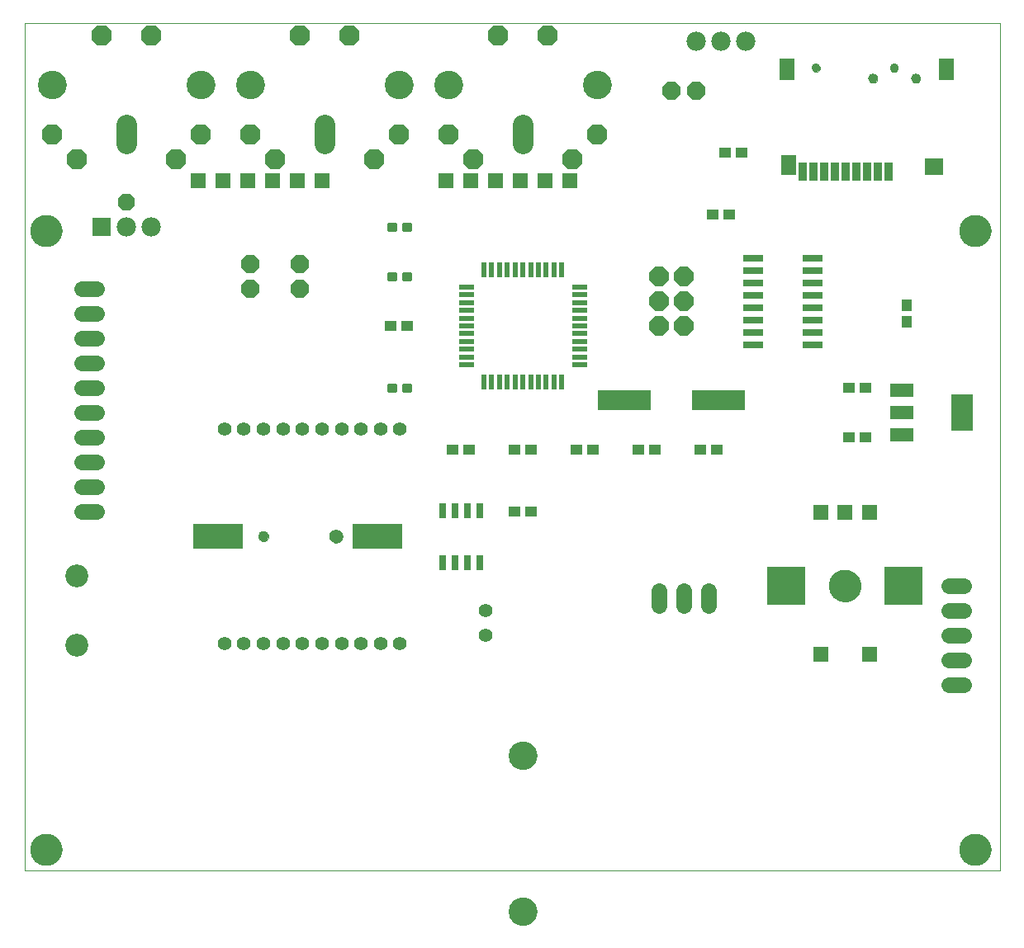
<source format=gbs>
G75*
%MOIN*%
%OFA0B0*%
%FSLAX24Y24*%
%IPPOS*%
%LPD*%
%AMOC8*
5,1,8,0,0,1.08239X$1,22.5*
%
%ADD10C,0.0000*%
%ADD11C,0.1300*%
%ADD12R,0.0780X0.0780*%
%ADD13C,0.0780*%
%ADD14R,0.0640X0.0640*%
%ADD15R,0.0473X0.0434*%
%ADD16OC8,0.0670*%
%ADD17C,0.0926*%
%ADD18C,0.0098*%
%ADD19C,0.0820*%
%ADD20OC8,0.0820*%
%ADD21C,0.1140*%
%ADD22R,0.0634X0.0634*%
%ADD23R,0.1542X0.1542*%
%ADD24R,0.0355X0.0749*%
%ADD25R,0.0591X0.0827*%
%ADD26R,0.0591X0.0906*%
%ADD27R,0.0749X0.0670*%
%ADD28C,0.0355*%
%ADD29R,0.0840X0.0300*%
%ADD30R,0.0920X0.0520*%
%ADD31R,0.0906X0.1457*%
%ADD32C,0.0434*%
%ADD33C,0.0552*%
%ADD34R,0.2040X0.1040*%
%ADD35R,0.0290X0.0640*%
%ADD36C,0.0555*%
%ADD37C,0.0394*%
%ADD38OC8,0.0780*%
%ADD39R,0.0631X0.0237*%
%ADD40R,0.0237X0.0631*%
%ADD41R,0.2140X0.0800*%
%ADD42C,0.0640*%
%ADD43OC8,0.0740*%
%ADD44C,0.0560*%
%ADD45R,0.0434X0.0473*%
%ADD46C,0.1142*%
D10*
X008005Y006775D02*
X047375Y006775D01*
X047375Y041025D01*
X008005Y041025D01*
X008005Y006775D01*
X008245Y007625D02*
X008247Y007675D01*
X008253Y007725D01*
X008263Y007774D01*
X008277Y007822D01*
X008294Y007869D01*
X008315Y007914D01*
X008340Y007958D01*
X008368Y007999D01*
X008400Y008038D01*
X008434Y008075D01*
X008471Y008109D01*
X008511Y008139D01*
X008553Y008166D01*
X008597Y008190D01*
X008643Y008211D01*
X008690Y008227D01*
X008738Y008240D01*
X008788Y008249D01*
X008837Y008254D01*
X008888Y008255D01*
X008938Y008252D01*
X008987Y008245D01*
X009036Y008234D01*
X009084Y008219D01*
X009130Y008201D01*
X009175Y008179D01*
X009218Y008153D01*
X009259Y008124D01*
X009298Y008092D01*
X009334Y008057D01*
X009366Y008019D01*
X009396Y007979D01*
X009423Y007936D01*
X009446Y007892D01*
X009465Y007846D01*
X009481Y007798D01*
X009493Y007749D01*
X009501Y007700D01*
X009505Y007650D01*
X009505Y007600D01*
X009501Y007550D01*
X009493Y007501D01*
X009481Y007452D01*
X009465Y007404D01*
X009446Y007358D01*
X009423Y007314D01*
X009396Y007271D01*
X009366Y007231D01*
X009334Y007193D01*
X009298Y007158D01*
X009259Y007126D01*
X009218Y007097D01*
X009175Y007071D01*
X009130Y007049D01*
X009084Y007031D01*
X009036Y007016D01*
X008987Y007005D01*
X008938Y006998D01*
X008888Y006995D01*
X008837Y006996D01*
X008788Y007001D01*
X008738Y007010D01*
X008690Y007023D01*
X008643Y007039D01*
X008597Y007060D01*
X008553Y007084D01*
X008511Y007111D01*
X008471Y007141D01*
X008434Y007175D01*
X008400Y007212D01*
X008368Y007251D01*
X008340Y007292D01*
X008315Y007336D01*
X008294Y007381D01*
X008277Y007428D01*
X008263Y007476D01*
X008253Y007525D01*
X008247Y007575D01*
X008245Y007625D01*
X017461Y020275D02*
X017463Y020302D01*
X017469Y020329D01*
X017478Y020355D01*
X017491Y020379D01*
X017507Y020402D01*
X017526Y020421D01*
X017548Y020438D01*
X017572Y020452D01*
X017597Y020462D01*
X017624Y020469D01*
X017651Y020472D01*
X017679Y020471D01*
X017706Y020466D01*
X017732Y020458D01*
X017756Y020446D01*
X017779Y020430D01*
X017800Y020412D01*
X017817Y020391D01*
X017832Y020367D01*
X017843Y020342D01*
X017851Y020316D01*
X017855Y020289D01*
X017855Y020261D01*
X017851Y020234D01*
X017843Y020208D01*
X017832Y020183D01*
X017817Y020159D01*
X017800Y020138D01*
X017779Y020120D01*
X017757Y020104D01*
X017732Y020092D01*
X017706Y020084D01*
X017679Y020079D01*
X017651Y020078D01*
X017624Y020081D01*
X017597Y020088D01*
X017572Y020098D01*
X017548Y020112D01*
X017526Y020129D01*
X017507Y020148D01*
X017491Y020171D01*
X017478Y020195D01*
X017469Y020221D01*
X017463Y020248D01*
X017461Y020275D01*
X020336Y020275D02*
X020338Y020306D01*
X020344Y020337D01*
X020353Y020367D01*
X020366Y020396D01*
X020383Y020423D01*
X020403Y020447D01*
X020425Y020469D01*
X020451Y020488D01*
X020478Y020504D01*
X020507Y020516D01*
X020537Y020525D01*
X020568Y020530D01*
X020600Y020531D01*
X020631Y020528D01*
X020662Y020521D01*
X020692Y020511D01*
X020720Y020497D01*
X020746Y020479D01*
X020770Y020459D01*
X020791Y020435D01*
X020810Y020410D01*
X020825Y020382D01*
X020836Y020353D01*
X020844Y020322D01*
X020848Y020291D01*
X020848Y020259D01*
X020844Y020228D01*
X020836Y020197D01*
X020825Y020168D01*
X020810Y020140D01*
X020791Y020115D01*
X020770Y020091D01*
X020746Y020071D01*
X020720Y020053D01*
X020692Y020039D01*
X020662Y020029D01*
X020631Y020022D01*
X020600Y020019D01*
X020568Y020020D01*
X020537Y020025D01*
X020507Y020034D01*
X020478Y020046D01*
X020451Y020062D01*
X020425Y020081D01*
X020403Y020103D01*
X020383Y020127D01*
X020366Y020154D01*
X020353Y020183D01*
X020344Y020213D01*
X020338Y020244D01*
X020336Y020275D01*
X027574Y011425D02*
X027576Y011472D01*
X027582Y011518D01*
X027592Y011564D01*
X027605Y011609D01*
X027623Y011652D01*
X027644Y011694D01*
X027668Y011734D01*
X027696Y011771D01*
X027727Y011806D01*
X027761Y011839D01*
X027797Y011868D01*
X027836Y011894D01*
X027877Y011917D01*
X027920Y011936D01*
X027964Y011952D01*
X028009Y011964D01*
X028055Y011972D01*
X028102Y011976D01*
X028148Y011976D01*
X028195Y011972D01*
X028241Y011964D01*
X028286Y011952D01*
X028330Y011936D01*
X028373Y011917D01*
X028414Y011894D01*
X028453Y011868D01*
X028489Y011839D01*
X028523Y011806D01*
X028554Y011771D01*
X028582Y011734D01*
X028606Y011694D01*
X028627Y011652D01*
X028645Y011609D01*
X028658Y011564D01*
X028668Y011518D01*
X028674Y011472D01*
X028676Y011425D01*
X028674Y011378D01*
X028668Y011332D01*
X028658Y011286D01*
X028645Y011241D01*
X028627Y011198D01*
X028606Y011156D01*
X028582Y011116D01*
X028554Y011079D01*
X028523Y011044D01*
X028489Y011011D01*
X028453Y010982D01*
X028414Y010956D01*
X028373Y010933D01*
X028330Y010914D01*
X028286Y010898D01*
X028241Y010886D01*
X028195Y010878D01*
X028148Y010874D01*
X028102Y010874D01*
X028055Y010878D01*
X028009Y010886D01*
X027964Y010898D01*
X027920Y010914D01*
X027877Y010933D01*
X027836Y010956D01*
X027797Y010982D01*
X027761Y011011D01*
X027727Y011044D01*
X027696Y011079D01*
X027668Y011116D01*
X027644Y011156D01*
X027623Y011198D01*
X027605Y011241D01*
X027592Y011286D01*
X027582Y011332D01*
X027576Y011378D01*
X027574Y011425D01*
X027574Y005125D02*
X027576Y005172D01*
X027582Y005218D01*
X027592Y005264D01*
X027605Y005309D01*
X027623Y005352D01*
X027644Y005394D01*
X027668Y005434D01*
X027696Y005471D01*
X027727Y005506D01*
X027761Y005539D01*
X027797Y005568D01*
X027836Y005594D01*
X027877Y005617D01*
X027920Y005636D01*
X027964Y005652D01*
X028009Y005664D01*
X028055Y005672D01*
X028102Y005676D01*
X028148Y005676D01*
X028195Y005672D01*
X028241Y005664D01*
X028286Y005652D01*
X028330Y005636D01*
X028373Y005617D01*
X028414Y005594D01*
X028453Y005568D01*
X028489Y005539D01*
X028523Y005506D01*
X028554Y005471D01*
X028582Y005434D01*
X028606Y005394D01*
X028627Y005352D01*
X028645Y005309D01*
X028658Y005264D01*
X028668Y005218D01*
X028674Y005172D01*
X028676Y005125D01*
X028674Y005078D01*
X028668Y005032D01*
X028658Y004986D01*
X028645Y004941D01*
X028627Y004898D01*
X028606Y004856D01*
X028582Y004816D01*
X028554Y004779D01*
X028523Y004744D01*
X028489Y004711D01*
X028453Y004682D01*
X028414Y004656D01*
X028373Y004633D01*
X028330Y004614D01*
X028286Y004598D01*
X028241Y004586D01*
X028195Y004578D01*
X028148Y004574D01*
X028102Y004574D01*
X028055Y004578D01*
X028009Y004586D01*
X027964Y004598D01*
X027920Y004614D01*
X027877Y004633D01*
X027836Y004656D01*
X027797Y004682D01*
X027761Y004711D01*
X027727Y004744D01*
X027696Y004779D01*
X027668Y004816D01*
X027644Y004856D01*
X027623Y004898D01*
X027605Y004941D01*
X027592Y004986D01*
X027582Y005032D01*
X027576Y005078D01*
X027574Y005125D01*
X040495Y018275D02*
X040497Y018325D01*
X040503Y018375D01*
X040513Y018424D01*
X040527Y018472D01*
X040544Y018519D01*
X040565Y018564D01*
X040590Y018608D01*
X040618Y018649D01*
X040650Y018688D01*
X040684Y018725D01*
X040721Y018759D01*
X040761Y018789D01*
X040803Y018816D01*
X040847Y018840D01*
X040893Y018861D01*
X040940Y018877D01*
X040988Y018890D01*
X041038Y018899D01*
X041087Y018904D01*
X041138Y018905D01*
X041188Y018902D01*
X041237Y018895D01*
X041286Y018884D01*
X041334Y018869D01*
X041380Y018851D01*
X041425Y018829D01*
X041468Y018803D01*
X041509Y018774D01*
X041548Y018742D01*
X041584Y018707D01*
X041616Y018669D01*
X041646Y018629D01*
X041673Y018586D01*
X041696Y018542D01*
X041715Y018496D01*
X041731Y018448D01*
X041743Y018399D01*
X041751Y018350D01*
X041755Y018300D01*
X041755Y018250D01*
X041751Y018200D01*
X041743Y018151D01*
X041731Y018102D01*
X041715Y018054D01*
X041696Y018008D01*
X041673Y017964D01*
X041646Y017921D01*
X041616Y017881D01*
X041584Y017843D01*
X041548Y017808D01*
X041509Y017776D01*
X041468Y017747D01*
X041425Y017721D01*
X041380Y017699D01*
X041334Y017681D01*
X041286Y017666D01*
X041237Y017655D01*
X041188Y017648D01*
X041138Y017645D01*
X041087Y017646D01*
X041038Y017651D01*
X040988Y017660D01*
X040940Y017673D01*
X040893Y017689D01*
X040847Y017710D01*
X040803Y017734D01*
X040761Y017761D01*
X040721Y017791D01*
X040684Y017825D01*
X040650Y017862D01*
X040618Y017901D01*
X040590Y017942D01*
X040565Y017986D01*
X040544Y018031D01*
X040527Y018078D01*
X040513Y018126D01*
X040503Y018175D01*
X040497Y018225D01*
X040495Y018275D01*
X045745Y007625D02*
X045747Y007675D01*
X045753Y007725D01*
X045763Y007774D01*
X045777Y007822D01*
X045794Y007869D01*
X045815Y007914D01*
X045840Y007958D01*
X045868Y007999D01*
X045900Y008038D01*
X045934Y008075D01*
X045971Y008109D01*
X046011Y008139D01*
X046053Y008166D01*
X046097Y008190D01*
X046143Y008211D01*
X046190Y008227D01*
X046238Y008240D01*
X046288Y008249D01*
X046337Y008254D01*
X046388Y008255D01*
X046438Y008252D01*
X046487Y008245D01*
X046536Y008234D01*
X046584Y008219D01*
X046630Y008201D01*
X046675Y008179D01*
X046718Y008153D01*
X046759Y008124D01*
X046798Y008092D01*
X046834Y008057D01*
X046866Y008019D01*
X046896Y007979D01*
X046923Y007936D01*
X046946Y007892D01*
X046965Y007846D01*
X046981Y007798D01*
X046993Y007749D01*
X047001Y007700D01*
X047005Y007650D01*
X047005Y007600D01*
X047001Y007550D01*
X046993Y007501D01*
X046981Y007452D01*
X046965Y007404D01*
X046946Y007358D01*
X046923Y007314D01*
X046896Y007271D01*
X046866Y007231D01*
X046834Y007193D01*
X046798Y007158D01*
X046759Y007126D01*
X046718Y007097D01*
X046675Y007071D01*
X046630Y007049D01*
X046584Y007031D01*
X046536Y007016D01*
X046487Y007005D01*
X046438Y006998D01*
X046388Y006995D01*
X046337Y006996D01*
X046288Y007001D01*
X046238Y007010D01*
X046190Y007023D01*
X046143Y007039D01*
X046097Y007060D01*
X046053Y007084D01*
X046011Y007111D01*
X045971Y007141D01*
X045934Y007175D01*
X045900Y007212D01*
X045868Y007251D01*
X045840Y007292D01*
X045815Y007336D01*
X045794Y007381D01*
X045777Y007428D01*
X045763Y007476D01*
X045753Y007525D01*
X045747Y007575D01*
X045745Y007625D01*
X045745Y032625D02*
X045747Y032675D01*
X045753Y032725D01*
X045763Y032774D01*
X045777Y032822D01*
X045794Y032869D01*
X045815Y032914D01*
X045840Y032958D01*
X045868Y032999D01*
X045900Y033038D01*
X045934Y033075D01*
X045971Y033109D01*
X046011Y033139D01*
X046053Y033166D01*
X046097Y033190D01*
X046143Y033211D01*
X046190Y033227D01*
X046238Y033240D01*
X046288Y033249D01*
X046337Y033254D01*
X046388Y033255D01*
X046438Y033252D01*
X046487Y033245D01*
X046536Y033234D01*
X046584Y033219D01*
X046630Y033201D01*
X046675Y033179D01*
X046718Y033153D01*
X046759Y033124D01*
X046798Y033092D01*
X046834Y033057D01*
X046866Y033019D01*
X046896Y032979D01*
X046923Y032936D01*
X046946Y032892D01*
X046965Y032846D01*
X046981Y032798D01*
X046993Y032749D01*
X047001Y032700D01*
X047005Y032650D01*
X047005Y032600D01*
X047001Y032550D01*
X046993Y032501D01*
X046981Y032452D01*
X046965Y032404D01*
X046946Y032358D01*
X046923Y032314D01*
X046896Y032271D01*
X046866Y032231D01*
X046834Y032193D01*
X046798Y032158D01*
X046759Y032126D01*
X046718Y032097D01*
X046675Y032071D01*
X046630Y032049D01*
X046584Y032031D01*
X046536Y032016D01*
X046487Y032005D01*
X046438Y031998D01*
X046388Y031995D01*
X046337Y031996D01*
X046288Y032001D01*
X046238Y032010D01*
X046190Y032023D01*
X046143Y032039D01*
X046097Y032060D01*
X046053Y032084D01*
X046011Y032111D01*
X045971Y032141D01*
X045934Y032175D01*
X045900Y032212D01*
X045868Y032251D01*
X045840Y032292D01*
X045815Y032336D01*
X045794Y032381D01*
X045777Y032428D01*
X045763Y032476D01*
X045753Y032525D01*
X045747Y032575D01*
X045745Y032625D01*
X043814Y038775D02*
X043816Y038801D01*
X043822Y038827D01*
X043832Y038852D01*
X043845Y038875D01*
X043861Y038895D01*
X043881Y038913D01*
X043903Y038928D01*
X043926Y038940D01*
X043952Y038948D01*
X043978Y038952D01*
X044004Y038952D01*
X044030Y038948D01*
X044056Y038940D01*
X044080Y038928D01*
X044101Y038913D01*
X044121Y038895D01*
X044137Y038875D01*
X044150Y038852D01*
X044160Y038827D01*
X044166Y038801D01*
X044168Y038775D01*
X044166Y038749D01*
X044160Y038723D01*
X044150Y038698D01*
X044137Y038675D01*
X044121Y038655D01*
X044101Y038637D01*
X044079Y038622D01*
X044056Y038610D01*
X044030Y038602D01*
X044004Y038598D01*
X043978Y038598D01*
X043952Y038602D01*
X043926Y038610D01*
X043902Y038622D01*
X043881Y038637D01*
X043861Y038655D01*
X043845Y038675D01*
X043832Y038698D01*
X043822Y038723D01*
X043816Y038749D01*
X043814Y038775D01*
X042950Y039198D02*
X042952Y039223D01*
X042958Y039247D01*
X042967Y039269D01*
X042980Y039290D01*
X042996Y039309D01*
X043015Y039325D01*
X043036Y039338D01*
X043058Y039347D01*
X043082Y039353D01*
X043107Y039355D01*
X043132Y039353D01*
X043156Y039347D01*
X043178Y039338D01*
X043199Y039325D01*
X043218Y039309D01*
X043234Y039290D01*
X043247Y039269D01*
X043256Y039247D01*
X043262Y039223D01*
X043264Y039198D01*
X043262Y039173D01*
X043256Y039149D01*
X043247Y039127D01*
X043234Y039106D01*
X043218Y039087D01*
X043199Y039071D01*
X043178Y039058D01*
X043156Y039049D01*
X043132Y039043D01*
X043107Y039041D01*
X043082Y039043D01*
X043058Y039049D01*
X043036Y039058D01*
X043015Y039071D01*
X042996Y039087D01*
X042980Y039106D01*
X042967Y039127D01*
X042958Y039149D01*
X042952Y039173D01*
X042950Y039198D01*
X042082Y038775D02*
X042084Y038801D01*
X042090Y038827D01*
X042100Y038852D01*
X042113Y038875D01*
X042129Y038895D01*
X042149Y038913D01*
X042171Y038928D01*
X042194Y038940D01*
X042220Y038948D01*
X042246Y038952D01*
X042272Y038952D01*
X042298Y038948D01*
X042324Y038940D01*
X042348Y038928D01*
X042369Y038913D01*
X042389Y038895D01*
X042405Y038875D01*
X042418Y038852D01*
X042428Y038827D01*
X042434Y038801D01*
X042436Y038775D01*
X042434Y038749D01*
X042428Y038723D01*
X042418Y038698D01*
X042405Y038675D01*
X042389Y038655D01*
X042369Y038637D01*
X042347Y038622D01*
X042324Y038610D01*
X042298Y038602D01*
X042272Y038598D01*
X042246Y038598D01*
X042220Y038602D01*
X042194Y038610D01*
X042170Y038622D01*
X042149Y038637D01*
X042129Y038655D01*
X042113Y038675D01*
X042100Y038698D01*
X042090Y038723D01*
X042084Y038749D01*
X042082Y038775D01*
X039801Y039198D02*
X039803Y039223D01*
X039809Y039247D01*
X039818Y039269D01*
X039831Y039290D01*
X039847Y039309D01*
X039866Y039325D01*
X039887Y039338D01*
X039909Y039347D01*
X039933Y039353D01*
X039958Y039355D01*
X039983Y039353D01*
X040007Y039347D01*
X040029Y039338D01*
X040050Y039325D01*
X040069Y039309D01*
X040085Y039290D01*
X040098Y039269D01*
X040107Y039247D01*
X040113Y039223D01*
X040115Y039198D01*
X040113Y039173D01*
X040107Y039149D01*
X040098Y039127D01*
X040085Y039106D01*
X040069Y039087D01*
X040050Y039071D01*
X040029Y039058D01*
X040007Y039049D01*
X039983Y039043D01*
X039958Y039041D01*
X039933Y039043D01*
X039909Y039049D01*
X039887Y039058D01*
X039866Y039071D01*
X039847Y039087D01*
X039831Y039106D01*
X039818Y039127D01*
X039809Y039149D01*
X039803Y039173D01*
X039801Y039198D01*
X030575Y038525D02*
X030577Y038572D01*
X030583Y038618D01*
X030593Y038664D01*
X030606Y038708D01*
X030624Y038752D01*
X030645Y038793D01*
X030669Y038833D01*
X030697Y038871D01*
X030728Y038906D01*
X030762Y038938D01*
X030798Y038967D01*
X030837Y038993D01*
X030877Y039016D01*
X030920Y039035D01*
X030964Y039051D01*
X031009Y039063D01*
X031055Y039071D01*
X031102Y039075D01*
X031148Y039075D01*
X031195Y039071D01*
X031241Y039063D01*
X031286Y039051D01*
X031330Y039035D01*
X031373Y039016D01*
X031413Y038993D01*
X031452Y038967D01*
X031488Y038938D01*
X031522Y038906D01*
X031553Y038871D01*
X031581Y038833D01*
X031605Y038793D01*
X031626Y038752D01*
X031644Y038708D01*
X031657Y038664D01*
X031667Y038618D01*
X031673Y038572D01*
X031675Y038525D01*
X031673Y038478D01*
X031667Y038432D01*
X031657Y038386D01*
X031644Y038342D01*
X031626Y038298D01*
X031605Y038257D01*
X031581Y038217D01*
X031553Y038179D01*
X031522Y038144D01*
X031488Y038112D01*
X031452Y038083D01*
X031413Y038057D01*
X031373Y038034D01*
X031330Y038015D01*
X031286Y037999D01*
X031241Y037987D01*
X031195Y037979D01*
X031148Y037975D01*
X031102Y037975D01*
X031055Y037979D01*
X031009Y037987D01*
X030964Y037999D01*
X030920Y038015D01*
X030877Y038034D01*
X030837Y038057D01*
X030798Y038083D01*
X030762Y038112D01*
X030728Y038144D01*
X030697Y038179D01*
X030669Y038217D01*
X030645Y038257D01*
X030624Y038298D01*
X030606Y038342D01*
X030593Y038386D01*
X030583Y038432D01*
X030577Y038478D01*
X030575Y038525D01*
X024575Y038525D02*
X024577Y038572D01*
X024583Y038618D01*
X024593Y038664D01*
X024606Y038708D01*
X024624Y038752D01*
X024645Y038793D01*
X024669Y038833D01*
X024697Y038871D01*
X024728Y038906D01*
X024762Y038938D01*
X024798Y038967D01*
X024837Y038993D01*
X024877Y039016D01*
X024920Y039035D01*
X024964Y039051D01*
X025009Y039063D01*
X025055Y039071D01*
X025102Y039075D01*
X025148Y039075D01*
X025195Y039071D01*
X025241Y039063D01*
X025286Y039051D01*
X025330Y039035D01*
X025373Y039016D01*
X025413Y038993D01*
X025452Y038967D01*
X025488Y038938D01*
X025522Y038906D01*
X025553Y038871D01*
X025581Y038833D01*
X025605Y038793D01*
X025626Y038752D01*
X025644Y038708D01*
X025657Y038664D01*
X025667Y038618D01*
X025673Y038572D01*
X025675Y038525D01*
X025673Y038478D01*
X025667Y038432D01*
X025657Y038386D01*
X025644Y038342D01*
X025626Y038298D01*
X025605Y038257D01*
X025581Y038217D01*
X025553Y038179D01*
X025522Y038144D01*
X025488Y038112D01*
X025452Y038083D01*
X025413Y038057D01*
X025373Y038034D01*
X025330Y038015D01*
X025286Y037999D01*
X025241Y037987D01*
X025195Y037979D01*
X025148Y037975D01*
X025102Y037975D01*
X025055Y037979D01*
X025009Y037987D01*
X024964Y037999D01*
X024920Y038015D01*
X024877Y038034D01*
X024837Y038057D01*
X024798Y038083D01*
X024762Y038112D01*
X024728Y038144D01*
X024697Y038179D01*
X024669Y038217D01*
X024645Y038257D01*
X024624Y038298D01*
X024606Y038342D01*
X024593Y038386D01*
X024583Y038432D01*
X024577Y038478D01*
X024575Y038525D01*
X022575Y038525D02*
X022577Y038572D01*
X022583Y038618D01*
X022593Y038664D01*
X022606Y038708D01*
X022624Y038752D01*
X022645Y038793D01*
X022669Y038833D01*
X022697Y038871D01*
X022728Y038906D01*
X022762Y038938D01*
X022798Y038967D01*
X022837Y038993D01*
X022877Y039016D01*
X022920Y039035D01*
X022964Y039051D01*
X023009Y039063D01*
X023055Y039071D01*
X023102Y039075D01*
X023148Y039075D01*
X023195Y039071D01*
X023241Y039063D01*
X023286Y039051D01*
X023330Y039035D01*
X023373Y039016D01*
X023413Y038993D01*
X023452Y038967D01*
X023488Y038938D01*
X023522Y038906D01*
X023553Y038871D01*
X023581Y038833D01*
X023605Y038793D01*
X023626Y038752D01*
X023644Y038708D01*
X023657Y038664D01*
X023667Y038618D01*
X023673Y038572D01*
X023675Y038525D01*
X023673Y038478D01*
X023667Y038432D01*
X023657Y038386D01*
X023644Y038342D01*
X023626Y038298D01*
X023605Y038257D01*
X023581Y038217D01*
X023553Y038179D01*
X023522Y038144D01*
X023488Y038112D01*
X023452Y038083D01*
X023413Y038057D01*
X023373Y038034D01*
X023330Y038015D01*
X023286Y037999D01*
X023241Y037987D01*
X023195Y037979D01*
X023148Y037975D01*
X023102Y037975D01*
X023055Y037979D01*
X023009Y037987D01*
X022964Y037999D01*
X022920Y038015D01*
X022877Y038034D01*
X022837Y038057D01*
X022798Y038083D01*
X022762Y038112D01*
X022728Y038144D01*
X022697Y038179D01*
X022669Y038217D01*
X022645Y038257D01*
X022624Y038298D01*
X022606Y038342D01*
X022593Y038386D01*
X022583Y038432D01*
X022577Y038478D01*
X022575Y038525D01*
X016575Y038525D02*
X016577Y038572D01*
X016583Y038618D01*
X016593Y038664D01*
X016606Y038708D01*
X016624Y038752D01*
X016645Y038793D01*
X016669Y038833D01*
X016697Y038871D01*
X016728Y038906D01*
X016762Y038938D01*
X016798Y038967D01*
X016837Y038993D01*
X016877Y039016D01*
X016920Y039035D01*
X016964Y039051D01*
X017009Y039063D01*
X017055Y039071D01*
X017102Y039075D01*
X017148Y039075D01*
X017195Y039071D01*
X017241Y039063D01*
X017286Y039051D01*
X017330Y039035D01*
X017373Y039016D01*
X017413Y038993D01*
X017452Y038967D01*
X017488Y038938D01*
X017522Y038906D01*
X017553Y038871D01*
X017581Y038833D01*
X017605Y038793D01*
X017626Y038752D01*
X017644Y038708D01*
X017657Y038664D01*
X017667Y038618D01*
X017673Y038572D01*
X017675Y038525D01*
X017673Y038478D01*
X017667Y038432D01*
X017657Y038386D01*
X017644Y038342D01*
X017626Y038298D01*
X017605Y038257D01*
X017581Y038217D01*
X017553Y038179D01*
X017522Y038144D01*
X017488Y038112D01*
X017452Y038083D01*
X017413Y038057D01*
X017373Y038034D01*
X017330Y038015D01*
X017286Y037999D01*
X017241Y037987D01*
X017195Y037979D01*
X017148Y037975D01*
X017102Y037975D01*
X017055Y037979D01*
X017009Y037987D01*
X016964Y037999D01*
X016920Y038015D01*
X016877Y038034D01*
X016837Y038057D01*
X016798Y038083D01*
X016762Y038112D01*
X016728Y038144D01*
X016697Y038179D01*
X016669Y038217D01*
X016645Y038257D01*
X016624Y038298D01*
X016606Y038342D01*
X016593Y038386D01*
X016583Y038432D01*
X016577Y038478D01*
X016575Y038525D01*
X014575Y038525D02*
X014577Y038572D01*
X014583Y038618D01*
X014593Y038664D01*
X014606Y038708D01*
X014624Y038752D01*
X014645Y038793D01*
X014669Y038833D01*
X014697Y038871D01*
X014728Y038906D01*
X014762Y038938D01*
X014798Y038967D01*
X014837Y038993D01*
X014877Y039016D01*
X014920Y039035D01*
X014964Y039051D01*
X015009Y039063D01*
X015055Y039071D01*
X015102Y039075D01*
X015148Y039075D01*
X015195Y039071D01*
X015241Y039063D01*
X015286Y039051D01*
X015330Y039035D01*
X015373Y039016D01*
X015413Y038993D01*
X015452Y038967D01*
X015488Y038938D01*
X015522Y038906D01*
X015553Y038871D01*
X015581Y038833D01*
X015605Y038793D01*
X015626Y038752D01*
X015644Y038708D01*
X015657Y038664D01*
X015667Y038618D01*
X015673Y038572D01*
X015675Y038525D01*
X015673Y038478D01*
X015667Y038432D01*
X015657Y038386D01*
X015644Y038342D01*
X015626Y038298D01*
X015605Y038257D01*
X015581Y038217D01*
X015553Y038179D01*
X015522Y038144D01*
X015488Y038112D01*
X015452Y038083D01*
X015413Y038057D01*
X015373Y038034D01*
X015330Y038015D01*
X015286Y037999D01*
X015241Y037987D01*
X015195Y037979D01*
X015148Y037975D01*
X015102Y037975D01*
X015055Y037979D01*
X015009Y037987D01*
X014964Y037999D01*
X014920Y038015D01*
X014877Y038034D01*
X014837Y038057D01*
X014798Y038083D01*
X014762Y038112D01*
X014728Y038144D01*
X014697Y038179D01*
X014669Y038217D01*
X014645Y038257D01*
X014624Y038298D01*
X014606Y038342D01*
X014593Y038386D01*
X014583Y038432D01*
X014577Y038478D01*
X014575Y038525D01*
X008575Y038525D02*
X008577Y038572D01*
X008583Y038618D01*
X008593Y038664D01*
X008606Y038708D01*
X008624Y038752D01*
X008645Y038793D01*
X008669Y038833D01*
X008697Y038871D01*
X008728Y038906D01*
X008762Y038938D01*
X008798Y038967D01*
X008837Y038993D01*
X008877Y039016D01*
X008920Y039035D01*
X008964Y039051D01*
X009009Y039063D01*
X009055Y039071D01*
X009102Y039075D01*
X009148Y039075D01*
X009195Y039071D01*
X009241Y039063D01*
X009286Y039051D01*
X009330Y039035D01*
X009373Y039016D01*
X009413Y038993D01*
X009452Y038967D01*
X009488Y038938D01*
X009522Y038906D01*
X009553Y038871D01*
X009581Y038833D01*
X009605Y038793D01*
X009626Y038752D01*
X009644Y038708D01*
X009657Y038664D01*
X009667Y038618D01*
X009673Y038572D01*
X009675Y038525D01*
X009673Y038478D01*
X009667Y038432D01*
X009657Y038386D01*
X009644Y038342D01*
X009626Y038298D01*
X009605Y038257D01*
X009581Y038217D01*
X009553Y038179D01*
X009522Y038144D01*
X009488Y038112D01*
X009452Y038083D01*
X009413Y038057D01*
X009373Y038034D01*
X009330Y038015D01*
X009286Y037999D01*
X009241Y037987D01*
X009195Y037979D01*
X009148Y037975D01*
X009102Y037975D01*
X009055Y037979D01*
X009009Y037987D01*
X008964Y037999D01*
X008920Y038015D01*
X008877Y038034D01*
X008837Y038057D01*
X008798Y038083D01*
X008762Y038112D01*
X008728Y038144D01*
X008697Y038179D01*
X008669Y038217D01*
X008645Y038257D01*
X008624Y038298D01*
X008606Y038342D01*
X008593Y038386D01*
X008583Y038432D01*
X008577Y038478D01*
X008575Y038525D01*
X008245Y032625D02*
X008247Y032675D01*
X008253Y032725D01*
X008263Y032774D01*
X008277Y032822D01*
X008294Y032869D01*
X008315Y032914D01*
X008340Y032958D01*
X008368Y032999D01*
X008400Y033038D01*
X008434Y033075D01*
X008471Y033109D01*
X008511Y033139D01*
X008553Y033166D01*
X008597Y033190D01*
X008643Y033211D01*
X008690Y033227D01*
X008738Y033240D01*
X008788Y033249D01*
X008837Y033254D01*
X008888Y033255D01*
X008938Y033252D01*
X008987Y033245D01*
X009036Y033234D01*
X009084Y033219D01*
X009130Y033201D01*
X009175Y033179D01*
X009218Y033153D01*
X009259Y033124D01*
X009298Y033092D01*
X009334Y033057D01*
X009366Y033019D01*
X009396Y032979D01*
X009423Y032936D01*
X009446Y032892D01*
X009465Y032846D01*
X009481Y032798D01*
X009493Y032749D01*
X009501Y032700D01*
X009505Y032650D01*
X009505Y032600D01*
X009501Y032550D01*
X009493Y032501D01*
X009481Y032452D01*
X009465Y032404D01*
X009446Y032358D01*
X009423Y032314D01*
X009396Y032271D01*
X009366Y032231D01*
X009334Y032193D01*
X009298Y032158D01*
X009259Y032126D01*
X009218Y032097D01*
X009175Y032071D01*
X009130Y032049D01*
X009084Y032031D01*
X009036Y032016D01*
X008987Y032005D01*
X008938Y031998D01*
X008888Y031995D01*
X008837Y031996D01*
X008788Y032001D01*
X008738Y032010D01*
X008690Y032023D01*
X008643Y032039D01*
X008597Y032060D01*
X008553Y032084D01*
X008511Y032111D01*
X008471Y032141D01*
X008434Y032175D01*
X008400Y032212D01*
X008368Y032251D01*
X008340Y032292D01*
X008315Y032336D01*
X008294Y032381D01*
X008277Y032428D01*
X008263Y032476D01*
X008253Y032525D01*
X008247Y032575D01*
X008245Y032625D01*
D11*
X008875Y032625D03*
X041125Y018275D03*
X046375Y007625D03*
X046375Y032625D03*
X008875Y007625D03*
D12*
X011125Y032775D03*
D13*
X012125Y032775D03*
X013125Y032775D03*
X035125Y040275D03*
X036125Y040275D03*
X037125Y040275D03*
D14*
X030027Y034627D03*
X029027Y034627D03*
X028027Y034627D03*
X027027Y034627D03*
X026027Y034627D03*
X025027Y034627D03*
X020027Y034627D03*
X019027Y034627D03*
X018027Y034627D03*
X017027Y034627D03*
X016027Y034627D03*
X015027Y034627D03*
D15*
X022790Y028775D03*
X023460Y028775D03*
X025290Y023775D03*
X025960Y023775D03*
X027790Y023775D03*
X028460Y023775D03*
X030290Y023775D03*
X030960Y023775D03*
X032790Y023775D03*
X033460Y023775D03*
X035290Y023775D03*
X035960Y023775D03*
X041290Y024275D03*
X041960Y024275D03*
X041960Y026275D03*
X041290Y026275D03*
X036460Y033275D03*
X035790Y033275D03*
X036290Y035775D03*
X036960Y035775D03*
X028460Y021275D03*
X027790Y021275D03*
D16*
X012125Y033775D03*
D17*
X010125Y018673D03*
X010125Y015877D03*
D18*
X022679Y026421D02*
X022971Y026421D01*
X022971Y026129D01*
X022679Y026129D01*
X022679Y026421D01*
X022679Y026226D02*
X022971Y026226D01*
X022971Y026323D02*
X022679Y026323D01*
X022679Y026420D02*
X022971Y026420D01*
X023279Y026421D02*
X023571Y026421D01*
X023571Y026129D01*
X023279Y026129D01*
X023279Y026421D01*
X023279Y026226D02*
X023571Y026226D01*
X023571Y026323D02*
X023279Y026323D01*
X023279Y026420D02*
X023571Y026420D01*
X023571Y030629D02*
X023279Y030629D01*
X023279Y030921D01*
X023571Y030921D01*
X023571Y030629D01*
X023571Y030726D02*
X023279Y030726D01*
X023279Y030823D02*
X023571Y030823D01*
X023571Y030920D02*
X023279Y030920D01*
X022971Y030629D02*
X022679Y030629D01*
X022679Y030921D01*
X022971Y030921D01*
X022971Y030629D01*
X022971Y030726D02*
X022679Y030726D01*
X022679Y030823D02*
X022971Y030823D01*
X022971Y030920D02*
X022679Y030920D01*
X022679Y032629D02*
X022971Y032629D01*
X022679Y032629D02*
X022679Y032921D01*
X022971Y032921D01*
X022971Y032629D01*
X022971Y032726D02*
X022679Y032726D01*
X022679Y032823D02*
X022971Y032823D01*
X022971Y032920D02*
X022679Y032920D01*
X023279Y032629D02*
X023571Y032629D01*
X023279Y032629D02*
X023279Y032921D01*
X023571Y032921D01*
X023571Y032629D01*
X023571Y032726D02*
X023279Y032726D01*
X023279Y032823D02*
X023571Y032823D01*
X023571Y032920D02*
X023279Y032920D01*
D19*
X020125Y036135D02*
X020125Y036915D01*
X028125Y036915D02*
X028125Y036135D01*
X012125Y036135D02*
X012125Y036915D01*
D20*
X010125Y035525D03*
X009125Y036525D03*
X011125Y040525D03*
X013125Y040525D03*
X015125Y036525D03*
X014125Y035525D03*
X017125Y036525D03*
X018125Y035525D03*
X022125Y035525D03*
X023125Y036525D03*
X025125Y036525D03*
X026125Y035525D03*
X030125Y035525D03*
X031125Y036525D03*
X029125Y040525D03*
X027125Y040525D03*
X021125Y040525D03*
X019125Y040525D03*
D21*
X017125Y038525D03*
X015125Y038525D03*
X009125Y038525D03*
X023125Y038525D03*
X025125Y038525D03*
X031125Y038525D03*
D22*
X040141Y021228D03*
X041125Y021228D03*
X042109Y021228D03*
X042109Y015519D03*
X040141Y015519D03*
D23*
X038763Y018275D03*
X043487Y018275D03*
D24*
X042891Y035025D03*
X042458Y035025D03*
X042025Y035025D03*
X041592Y035025D03*
X041158Y035025D03*
X040725Y035025D03*
X040292Y035025D03*
X039859Y035025D03*
X039426Y035025D03*
D25*
X038855Y035261D03*
D26*
X038796Y039139D03*
X045214Y039139D03*
D27*
X044721Y035222D03*
D28*
X043107Y039198D03*
X039958Y039198D03*
D29*
X039835Y031525D03*
X039835Y031025D03*
X039835Y030525D03*
X039835Y030025D03*
X039835Y029525D03*
X039835Y029025D03*
X039835Y028525D03*
X039835Y028025D03*
X037415Y028025D03*
X037415Y028525D03*
X037415Y029025D03*
X037415Y029525D03*
X037415Y030025D03*
X037415Y030525D03*
X037415Y031025D03*
X037415Y031525D03*
D30*
X043405Y026185D03*
X043405Y025275D03*
X043405Y024365D03*
D31*
X045845Y025275D03*
D32*
X017658Y020275D03*
D33*
X020592Y020275D03*
D34*
X022265Y020275D03*
X015808Y020275D03*
D35*
X024875Y019225D03*
X025375Y019225D03*
X025875Y019225D03*
X026375Y019225D03*
X026375Y021325D03*
X025875Y021325D03*
X025375Y021325D03*
X024875Y021325D03*
D36*
X023168Y024606D03*
X022381Y024606D03*
X021594Y024606D03*
X020806Y024606D03*
X020019Y024606D03*
X019231Y024606D03*
X018444Y024606D03*
X017656Y024606D03*
X016869Y024606D03*
X016082Y024606D03*
X016082Y015944D03*
X016869Y015944D03*
X017656Y015944D03*
X018444Y015944D03*
X019231Y015944D03*
X020019Y015944D03*
X020806Y015944D03*
X021594Y015944D03*
X022381Y015944D03*
X023168Y015944D03*
D37*
X042259Y038775D03*
X043991Y038775D03*
D38*
X034625Y030775D03*
X034625Y029775D03*
X033625Y029775D03*
X033625Y030775D03*
X033625Y028775D03*
X034625Y028775D03*
D39*
X030408Y028775D03*
X030408Y028460D03*
X030408Y028145D03*
X030408Y027830D03*
X030408Y027515D03*
X030408Y027200D03*
X030408Y029090D03*
X030408Y029405D03*
X030408Y029720D03*
X030408Y030035D03*
X030408Y030350D03*
X025842Y030350D03*
X025842Y030035D03*
X025842Y029720D03*
X025842Y029405D03*
X025842Y029090D03*
X025842Y028775D03*
X025842Y028460D03*
X025842Y028145D03*
X025842Y027830D03*
X025842Y027515D03*
X025842Y027200D03*
D40*
X026550Y026492D03*
X026865Y026492D03*
X027180Y026492D03*
X027495Y026492D03*
X027810Y026492D03*
X028125Y026492D03*
X028440Y026492D03*
X028755Y026492D03*
X029070Y026492D03*
X029385Y026492D03*
X029700Y026492D03*
X029700Y031058D03*
X029385Y031058D03*
X029070Y031058D03*
X028755Y031058D03*
X028440Y031058D03*
X028125Y031058D03*
X027810Y031058D03*
X027495Y031058D03*
X027180Y031058D03*
X026865Y031058D03*
X026550Y031058D03*
D41*
X032225Y025775D03*
X036025Y025775D03*
D42*
X045325Y018275D02*
X045925Y018275D01*
X045925Y017275D02*
X045325Y017275D01*
X045325Y016275D02*
X045925Y016275D01*
X045925Y015275D02*
X045325Y015275D01*
X045325Y014275D02*
X045925Y014275D01*
X035625Y017475D02*
X035625Y018075D01*
X034625Y018075D02*
X034625Y017475D01*
X033625Y017475D02*
X033625Y018075D01*
X010925Y021275D02*
X010325Y021275D01*
X010325Y022275D02*
X010925Y022275D01*
X010925Y023275D02*
X010325Y023275D01*
X010325Y024275D02*
X010925Y024275D01*
X010925Y025275D02*
X010325Y025275D01*
X010325Y026275D02*
X010925Y026275D01*
X010925Y027275D02*
X010325Y027275D01*
X010325Y028275D02*
X010925Y028275D01*
X010925Y029275D02*
X010325Y029275D01*
X010325Y030275D02*
X010925Y030275D01*
D43*
X017125Y030275D03*
X017125Y031275D03*
X019125Y031275D03*
X019125Y030275D03*
X034125Y038275D03*
X035125Y038275D03*
D44*
X026625Y017275D03*
X026625Y016275D03*
D45*
X043625Y028940D03*
X043625Y029610D03*
D46*
X028125Y011425D03*
X028125Y005125D03*
M02*

</source>
